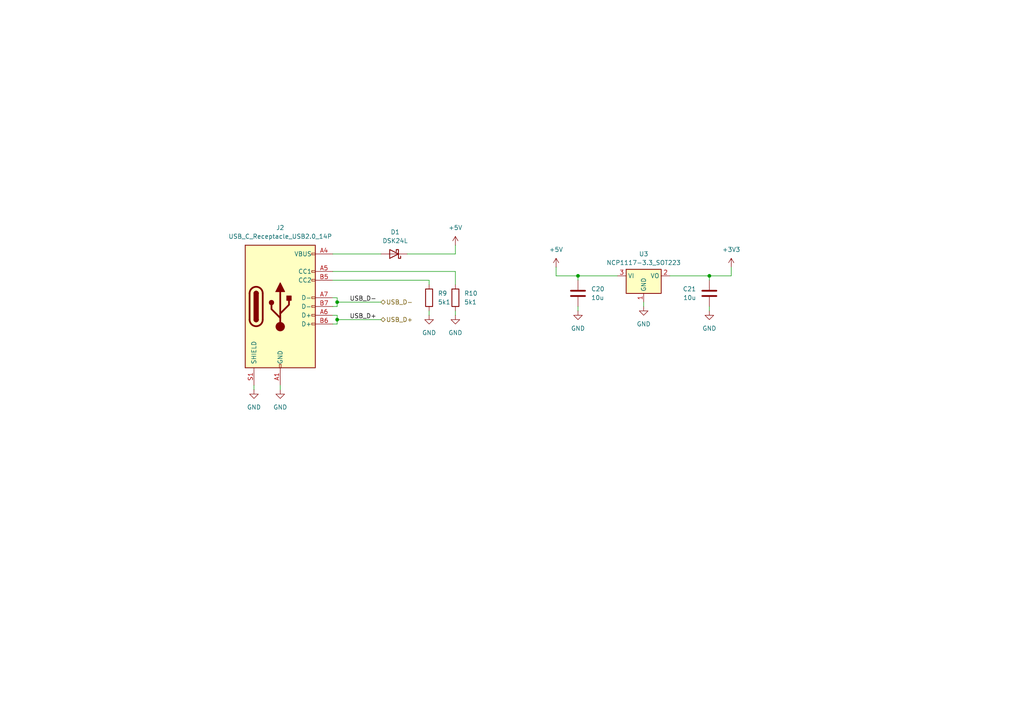
<source format=kicad_sch>
(kicad_sch (version 20250114) (generator "eeschema") (generator_version "9.0")
  (paper "A4")
  (lib_symbols
    (symbol "Connector:USB_C_Receptacle_USB2.0_14P" (pin_names (offset 1.016))
      (property "Reference" "J" (at 0 22.225 0))
      (property "Value" "USB_C_Receptacle_USB2.0_14P" (at 0 19.685 0))
      (symbol "USB_C_Receptacle_USB2.0_14P_0_0"
        (rectangle (start -0.254 -17.78) (end 0.254 -16.764))
        (rectangle (start 10.16 15.494) (end 9.144 14.986))
        (rectangle (start 10.16 10.414) (end 9.144 9.906))
        (rectangle (start 10.16 7.874) (end 9.144 7.366))
        (rectangle (start 10.16 2.794) (end 9.144 2.286))
        (rectangle (start 10.16 0.254) (end 9.144 -0.254))
        (rectangle (start 10.16 -2.286) (end 9.144 -2.794))
        (rectangle (start 10.16 -4.826) (end 9.144 -5.334))
      )
      (symbol "USB_C_Receptacle_USB2.0_14P_0_1"
        (rectangle (start -10.16 17.78) (end 10.16 -17.78) (stroke (width 0.254)) (fill (type background)))
        (polyline (pts (xy -8.89 -3.81) (xy -8.89 3.81)) (stroke (width 0.508)))
        (rectangle (start -7.62 -3.81) (end -6.35 3.81) (stroke (width 0.254)) (fill (type outline)))
        (arc (start -7.62 3.81) (mid -6.985 4.4423) (end -6.35 3.81) (stroke (width 0.254)))
        (arc (start -7.62 3.81) (mid -6.985 4.4423) (end -6.35 3.81) (stroke (width 0.254)) (fill (type outline)))
        (arc (start -8.89 3.81) (mid -6.985 5.7067) (end -5.08 3.81) (stroke (width 0.508)))
        (arc (start -5.08 -3.81) (mid -6.985 -5.7067) (end -8.89 -3.81) (stroke (width 0.508)))
        (arc (start -6.35 -3.81) (mid -6.985 -4.4423) (end -7.62 -3.81) (stroke (width 0.254)))
        (arc (start -6.35 -3.81) (mid -6.985 -4.4423) (end -7.62 -3.81) (stroke (width 0.254)) (fill (type outline)))
        (polyline (pts (xy -5.08 3.81) (xy -5.08 -3.81)) (stroke (width 0.508)))
        (circle (center -2.54 1.143) (radius 0.635) (stroke (width 0.254)) (fill (type outline)))
        (polyline (pts (xy -1.27 4.318) (xy 0 6.858) (xy 1.27 4.318) (xy -1.27 4.318)) (stroke (width 0.254)) (fill (type outline)))
        (polyline (pts (xy 0 -2.032) (xy 2.54 0.508) (xy 2.54 1.778)) (stroke (width 0.508)))
        (polyline (pts (xy 0 -3.302) (xy -2.54 -0.762) (xy -2.54 0.508)) (stroke (width 0.508)))
        (polyline (pts (xy 0 -5.842) (xy 0 4.318)) (stroke (width 0.508)))
        (circle (center 0 -5.842) (radius 1.27) (fill (type outline)))
        (rectangle (start 1.905 1.778) (end 3.175 3.048) (stroke (width 0.254)) (fill (type outline)))
      )
      (symbol "USB_C_Receptacle_USB2.0_14P_1_1"
        (pin passive line (at -7.62 -22.86 90) (length 5.08) (name "SHIELD") (number "S1"))
        (pin passive line (at 0 -22.86 90) (length 5.08) (name "GND") (number "A1"))
        (pin passive line (at 0 -22.86 90) (length 5.08) (hide yes) (name "GND") (number "A12"))
        (pin passive line (at 0 -22.86 90) (length 5.08) (hide yes) (name "GND") (number "B1"))
        (pin passive line (at 0 -22.86 90) (length 5.08) (hide yes) (name "GND") (number "B12"))
        (pin passive line (at 15.24 15.24 180) (length 5.08) (name "VBUS") (number "A4"))
        (pin passive line (at 15.24 15.24 180) (length 5.08) (hide yes) (name "VBUS") (number "A9"))
        (pin passive line (at 15.24 15.24 180) (length 5.08) (hide yes) (name "VBUS") (number "B4"))
        (pin passive line (at 15.24 15.24 180) (length 5.08) (hide yes) (name "VBUS") (number "B9"))
        (pin bidirectional line (at 15.24 10.16 180) (length 5.08) (name "CC1") (number "A5"))
        (pin bidirectional line (at 15.24 7.62 180) (length 5.08) (name "CC2") (number "B5"))
        (pin bidirectional line (at 15.24 2.54 180) (length 5.08) (name "D-") (number "A7"))
        (pin bidirectional line (at 15.24 0 180) (length 5.08) (name "D-") (number "B7"))
        (pin bidirectional line (at 15.24 -2.54 180) (length 5.08) (name "D+") (number "A6"))
        (pin bidirectional line (at 15.24 -5.08 180) (length 5.08) (name "D+") (number "B6"))
      )
    )
    (symbol "Device:C" (pin_numbers (hide yes)) (pin_names (offset 0.254))
      (property "Reference" "C" (at 0.635 2.54 0))
      (property "Value" "C" (at 0.635 -2.54 0))
      (symbol "C_0_1"
        (polyline (pts (xy -2.032 0.762) (xy 2.032 0.762)) (stroke (width 0.508)))
        (polyline (pts (xy -2.032 -0.762) (xy 2.032 -0.762)) (stroke (width 0.508)))
      )
      (symbol "C_1_1"
        (pin passive line (at 0 3.81 270) (length 2.794) (name "~") (number "1"))
        (pin passive line (at 0 -3.81 90) (length 2.794) (name "~") (number "2"))
      )
    )
    (symbol "Device:D_Schottky" (pin_numbers (hide yes)) (pin_names (offset 1.016) (hide yes))
      (property "Reference" "D" (at 0 2.54 0))
      (property "Value" "D_Schottky" (at 0 -2.54 0))
      (symbol "D_Schottky_0_1"
        (polyline (pts (xy -1.905 0.635) (xy -1.905 1.27) (xy -1.27 1.27) (xy -1.27 -1.27) (xy -0.635 -1.27) (xy -0.635 -0.635)) (stroke (width 0.254)))
        (polyline (pts (xy 1.27 1.27) (xy 1.27 -1.27) (xy -1.27 0) (xy 1.27 1.27)) (stroke (width 0.254)))
        (polyline (pts (xy 1.27 0) (xy -1.27 0)))
      )
      (symbol "D_Schottky_1_1"
        (pin passive line (at -3.81 0 0) (length 2.54) (name "K") (number "1"))
        (pin passive line (at 3.81 0 180) (length 2.54) (name "A") (number "2"))
      )
    )
    (symbol "Device:R" (pin_numbers (hide yes)) (pin_names (offset 0))
      (property "Reference" "R" (at 2.032 0 90))
      (property "Value" "R" (at 0 0 90))
      (symbol "R_0_1"
        (rectangle (start -1.016 -2.54) (end 1.016 2.54) (stroke (width 0.254)))
      )
      (symbol "R_1_1"
        (pin passive line (at 0 3.81 270) (length 1.27) (name "~") (number "1"))
        (pin passive line (at 0 -3.81 90) (length 1.27) (name "~") (number "2"))
      )
    )
    (symbol "Regulator_Linear:NCP1117-3.3_SOT223"
      (property "Reference" "U" (at -3.81 3.175 0))
      (property "Value" "NCP1117-3.3_SOT223" (at 0 3.175 0))
      (symbol "NCP1117-3.3_SOT223_0_1"
        (rectangle (start -5.08 -5.08) (end 5.08 1.905) (stroke (width 0.254)) (fill (type background)))
      )
      (symbol "NCP1117-3.3_SOT223_1_1"
        (pin power_in line (at -7.62 0 0) (length 2.54) (name "VI") (number "3"))
        (pin power_in line (at 0 -7.62 90) (length 2.54) (name "GND") (number "1"))
        (pin power_out line (at 7.62 0 180) (length 2.54) (name "VO") (number "2"))
      )
    )
    (symbol "power:+3V3" (power) (pin_numbers (hide yes)) (pin_names (offset 0) (hide yes))
      (property "Value" "+3V3" (at 0 3.556 0))
      (symbol "+3V3_0_1"
        (polyline (pts (xy -0.762 1.27) (xy 0 2.54)))
        (polyline (pts (xy 0 2.54) (xy 0.762 1.27)))
        (polyline (pts (xy 0 0) (xy 0 2.54)))
      )
      (symbol "+3V3_1_1"
        (pin power_in line (at 0 0 90) (length 0) (name "~") (number "1"))
      )
    )
    (symbol "power:+5V" (power) (pin_numbers (hide yes)) (pin_names (offset 0) (hide yes))
      (property "Value" "+5V" (at 0 3.556 0))
      (symbol "+5V_0_1"
        (polyline (pts (xy -0.762 1.27) (xy 0 2.54)))
        (polyline (pts (xy 0 2.54) (xy 0.762 1.27)))
        (polyline (pts (xy 0 0) (xy 0 2.54)))
      )
      (symbol "+5V_1_1"
        (pin power_in line (at 0 0 90) (length 0) (name "~") (number "1"))
      )
    )
    (symbol "power:GND" (power) (pin_numbers (hide yes)) (pin_names (offset 0) (hide yes))
      (property "Value" "GND" (at 0 -3.81 0))
      (symbol "GND_0_1"
        (polyline (pts (xy 0 0) (xy 0 -1.27) (xy 1.27 -1.27) (xy 0 -2.54) (xy -1.27 -1.27) (xy 0 -1.27)))
      )
      (symbol "GND_1_1"
        (pin power_in line (at 0 0 270) (length 0) (name "~") (number "1"))
      )
    )
  )
  (junction (at 97.79 87.63))
  (junction (at 167.64 80.01))
  (junction (at 205.74 80.01))
  (junction (at 97.79 92.71))
  (wire (pts (xy 167.64 81.28) (xy 167.64 80.01)))
  (wire (pts (xy 132.08 73.66) (xy 132.08 71.12)))
  (wire (pts (xy 97.79 93.98) (xy 96.52 93.98)))
  (wire (pts (xy 97.79 87.63) (xy 110.49 87.63)))
  (wire (pts (xy 161.29 77.47) (xy 161.29 80.01)))
  (wire (pts (xy 97.79 91.44) (xy 97.79 92.71)))
  (wire (pts (xy 186.69 88.9) (xy 186.69 87.63)))
  (wire (pts (xy 96.52 91.44) (xy 97.79 91.44)))
  (wire (pts (xy 96.52 81.28) (xy 124.46 81.28)))
  (wire (pts (xy 212.09 77.47) (xy 212.09 80.01)))
  (wire (pts (xy 161.29 80.01) (xy 167.64 80.01)))
  (wire (pts (xy 167.64 80.01) (xy 179.07 80.01)))
  (wire (pts (xy 124.46 81.28) (xy 124.46 82.55)))
  (wire (pts (xy 96.52 78.74) (xy 132.08 78.74)))
  (wire (pts (xy 205.74 80.01) (xy 194.31 80.01)))
  (wire (pts (xy 97.79 92.71) (xy 110.49 92.71)))
  (wire (pts (xy 97.79 88.9) (xy 96.52 88.9)))
  (wire (pts (xy 124.46 91.44) (xy 124.46 90.17)))
  (wire (pts (xy 81.28 113.03) (xy 81.28 111.76)))
  (wire (pts (xy 132.08 78.74) (xy 132.08 82.55)))
  (wire (pts (xy 97.79 92.71) (xy 97.79 93.98)))
  (wire (pts (xy 118.11 73.66) (xy 132.08 73.66)))
  (wire (pts (xy 205.74 81.28) (xy 205.74 80.01)))
  (wire (pts (xy 205.74 90.17) (xy 205.74 88.9)))
  (wire (pts (xy 167.64 90.17) (xy 167.64 88.9)))
  (wire (pts (xy 96.52 73.66) (xy 110.49 73.66)))
  (wire (pts (xy 97.79 86.36) (xy 97.79 87.63)))
  (wire (pts (xy 132.08 91.44) (xy 132.08 90.17)))
  (wire (pts (xy 73.66 113.03) (xy 73.66 111.76)))
  (wire (pts (xy 212.09 80.01) (xy 205.74 80.01)))
  (wire (pts (xy 97.79 87.63) (xy 97.79 88.9)))
  (wire (pts (xy 96.52 86.36) (xy 97.79 86.36)))
  (label "USB_D+" (at 109.22 92.71 180))
  (label "USB_D-" (at 109.22 87.63 180))
  (hierarchical_label "USB_D+" (shape bidirectional) (at 110.49 92.71 0))
  (hierarchical_label "USB_D-" (shape bidirectional) (at 110.49 87.63 0))
  (symbol (lib_id "power:GND") (at 81.28 113.03 0) (unit 1)
    (property "Reference" "#PWR028" (effects (hide yes)))
    (property "Value" "GND" (at 81.28 118.11 0))
    (property "Description" "Power symbol creates a global label with name \"GND\" , ground" (effects (hide yes)))
  )
  (symbol (lib_id "power:GND") (at 124.46 91.44 0) (unit 1)
    (property "Reference" "#PWR025" (effects (hide yes)))
    (property "Value" "GND" (at 124.46 96.52 0))
    (property "Description" "Power symbol creates a global label with name \"GND\" , ground" (effects (hide yes)))
  )
  (symbol (lib_id "Connector:USB_C_Receptacle_USB2.0_14P") (at 81.28 88.9 0) (unit 1)
    (property "Reference" "J2" (at 81.28 66.04 0))
    (property "Value" "USB_C_Receptacle_USB2.0_14P" (at 81.28 68.58 0))
    (property "Datasheet" "https://www.usb.org/sites/default/files/documents/usb_type-c.zip" (effects (hide yes)))
    (property "Description" "USB 2.0-only 14P Type-C Receptacle connector" (effects (hide yes)))
  )
  (symbol (lib_id "power:+5V") (at 132.08 71.12 0) (unit 1)
    (property "Reference" "#PWR019" (effects (hide yes)))
    (property "Value" "+5V" (at 132.08 66.04 0))
    (property "Description" "Power symbol creates a global label with name \"+5V\"" (effects (hide yes)))
  )
  (symbol (lib_id "Device:C") (at 205.74 85.09 0) (mirror y) (unit 1)
    (property "Reference" "C21" (at 201.93 83.8199 0) (effects (justify left)))
    (property "Value" "10u" (at 201.93 86.3599 0) (effects (justify left)))
    (property "Description" "Unpolarized capacitor" (effects (hide yes)))
  )
  (symbol (lib_id "Device:R") (at 132.08 86.36 180) (unit 1)
    (property "Reference" "R10" (at 134.62 85.0899 0) (effects (justify right)))
    (property "Value" "5k1" (at 134.62 87.6299 0) (effects (justify right)))
    (property "Description" "Resistor" (effects (hide yes)))
  )
  (symbol (lib_id "Regulator_Linear:NCP1117-3.3_SOT223") (at 186.69 80.01 0) (unit 1)
    (property "Reference" "U3" (at 186.69 73.66 0))
    (property "Value" "NCP1117-3.3_SOT223" (at 186.69 76.2 0))
    (property "Footprint" "Package_TO_SOT_SMD:SOT-223-3_TabPin2" (effects (hide yes)))
    (property "Datasheet" "http://www.onsemi.com/pub_link/Collateral/NCP1117-D.PDF" (effects (hide yes)))
    (property "Description" "1A Low drop-out regulator, Fixed Output 3.3V, SOT-223" (effects (hide yes)))
  )
  (symbol (lib_id "Device:R") (at 124.46 86.36 180) (unit 1)
    (property "Reference" "R9" (at 127 85.0899 0) (effects (justify right)))
    (property "Value" "5k1" (at 127 87.6299 0) (effects (justify right)))
    (property "Description" "Resistor" (effects (hide yes)))
  )
  (symbol (lib_id "power:+3V3") (at 212.09 77.47 0) (unit 1)
    (property "Reference" "#PWR021" (effects (hide yes)))
    (property "Value" "+3V3" (at 212.09 72.39 0))
    (property "Description" "Power symbol creates a global label with name \"+3V3\"" (effects (hide yes)))
  )
  (symbol (lib_id "power:GND") (at 167.64 90.17 0) (unit 1)
    (property "Reference" "#PWR023" (effects (hide yes)))
    (property "Value" "GND" (at 167.64 95.25 0))
    (property "Description" "Power symbol creates a global label with name \"GND\" , ground" (effects (hide yes)))
  )
  (symbol (lib_id "power:GND") (at 73.66 113.03 0) (unit 1)
    (property "Reference" "#PWR027" (effects (hide yes)))
    (property "Value" "GND" (at 73.66 118.11 0))
    (property "Description" "Power symbol creates a global label with name \"GND\" , ground" (effects (hide yes)))
  )
  (symbol (lib_id "power:+5V") (at 161.29 77.47 0) (unit 1)
    (property "Reference" "#PWR020" (effects (hide yes)))
    (property "Value" "+5V" (at 161.29 72.39 0))
    (property "Description" "Power symbol creates a global label with name \"+5V\"" (effects (hide yes)))
  )
  (symbol (lib_id "power:GND") (at 186.69 88.9 0) (unit 1)
    (property "Reference" "#PWR022" (effects (hide yes)))
    (property "Value" "GND" (at 186.69 93.98 0))
    (property "Description" "Power symbol creates a global label with name \"GND\" , ground" (effects (hide yes)))
  )
  (symbol (lib_id "Device:D_Schottky") (at 114.3 73.66 180) (unit 1)
    (property "Reference" "D1" (at 114.6175 67.31 0))
    (property "Value" "DSK24L" (at 114.6175 69.85 0))
    (property "Footprint" "Diode_SMD:D_SOD-123F" (effects (hide yes)))
    (property "Description" "Schottky diode" (effects (hide yes)))
  )
  (symbol (lib_id "power:GND") (at 205.74 90.17 0) (mirror y) (unit 1)
    (property "Reference" "#PWR024" (effects (hide yes)))
    (property "Value" "GND" (at 205.74 95.25 0))
    (property "Description" "Power symbol creates a global label with name \"GND\" , ground" (effects (hide yes)))
  )
  (symbol (lib_id "Device:C") (at 167.64 85.09 0) (unit 1)
    (property "Reference" "C20" (at 171.45 83.8199 0) (effects (justify left)))
    (property "Value" "10u" (at 171.45 86.3599 0) (effects (justify left)))
    (property "Description" "Unpolarized capacitor" (effects (hide yes)))
  )
  (symbol (lib_id "power:GND") (at 132.08 91.44 0) (unit 1)
    (property "Reference" "#PWR026" (effects (hide yes)))
    (property "Value" "GND" (at 132.08 96.52 0))
    (property "Description" "Power symbol creates a global label with name \"GND\" , ground" (effects (hide yes)))
  )
)
</source>
